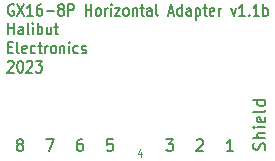
<source format=gbr>
%TF.GenerationSoftware,KiCad,Pcbnew,6.0.10-86aedd382b~118~ubuntu22.04.1*%
%TF.CreationDate,2023-01-03T21:57:38-08:00*%
%TF.ProjectId,GX16-8P-Horizontal,47583136-2d38-4502-9d48-6f72697a6f6e,rev?*%
%TF.SameCoordinates,Original*%
%TF.FileFunction,Legend,Top*%
%TF.FilePolarity,Positive*%
%FSLAX46Y46*%
G04 Gerber Fmt 4.6, Leading zero omitted, Abs format (unit mm)*
G04 Created by KiCad (PCBNEW 6.0.10-86aedd382b~118~ubuntu22.04.1) date 2023-01-03 21:57:38*
%MOMM*%
%LPD*%
G01*
G04 APERTURE LIST*
%ADD10C,0.150000*%
%ADD11C,0.101600*%
%ADD12C,0.127000*%
%ADD13C,2.540000*%
%ADD14R,1.700000X1.700000*%
%ADD15O,1.700000X1.700000*%
G04 APERTURE END LIST*
D10*
X137564761Y-69562023D02*
X137612380Y-69419166D01*
X137612380Y-69181071D01*
X137564761Y-69085833D01*
X137517142Y-69038214D01*
X137421904Y-68990595D01*
X137326666Y-68990595D01*
X137231428Y-69038214D01*
X137183809Y-69085833D01*
X137136190Y-69181071D01*
X137088571Y-69371547D01*
X137040952Y-69466785D01*
X136993333Y-69514404D01*
X136898095Y-69562023D01*
X136802857Y-69562023D01*
X136707619Y-69514404D01*
X136660000Y-69466785D01*
X136612380Y-69371547D01*
X136612380Y-69133452D01*
X136660000Y-68990595D01*
X137612380Y-68562023D02*
X136612380Y-68562023D01*
X137612380Y-68133452D02*
X137088571Y-68133452D01*
X136993333Y-68181071D01*
X136945714Y-68276309D01*
X136945714Y-68419166D01*
X136993333Y-68514404D01*
X137040952Y-68562023D01*
X137612380Y-67657261D02*
X136945714Y-67657261D01*
X136612380Y-67657261D02*
X136660000Y-67704880D01*
X136707619Y-67657261D01*
X136660000Y-67609642D01*
X136612380Y-67657261D01*
X136707619Y-67657261D01*
X137564761Y-66800119D02*
X137612380Y-66895357D01*
X137612380Y-67085833D01*
X137564761Y-67181071D01*
X137469523Y-67228690D01*
X137088571Y-67228690D01*
X136993333Y-67181071D01*
X136945714Y-67085833D01*
X136945714Y-66895357D01*
X136993333Y-66800119D01*
X137088571Y-66752500D01*
X137183809Y-66752500D01*
X137279047Y-67228690D01*
X137612380Y-66181071D02*
X137564761Y-66276309D01*
X137469523Y-66323928D01*
X136612380Y-66323928D01*
X137612380Y-65371547D02*
X136612380Y-65371547D01*
X137564761Y-65371547D02*
X137612380Y-65466785D01*
X137612380Y-65657261D01*
X137564761Y-65752500D01*
X137517142Y-65800119D01*
X137421904Y-65847738D01*
X137136190Y-65847738D01*
X137040952Y-65800119D01*
X136993333Y-65752500D01*
X136945714Y-65657261D01*
X136945714Y-65466785D01*
X136993333Y-65371547D01*
X119046666Y-68667380D02*
X119713333Y-68667380D01*
X119284761Y-69667380D01*
X134905714Y-69667380D02*
X134334285Y-69667380D01*
X134620000Y-69667380D02*
X134620000Y-68667380D01*
X134524761Y-68810238D01*
X134429523Y-68905476D01*
X134334285Y-68953095D01*
X116306128Y-57285000D02*
X116226300Y-57237380D01*
X116106557Y-57237380D01*
X115986814Y-57285000D01*
X115906985Y-57380238D01*
X115867071Y-57475476D01*
X115827157Y-57665952D01*
X115827157Y-57808809D01*
X115867071Y-57999285D01*
X115906985Y-58094523D01*
X115986814Y-58189761D01*
X116106557Y-58237380D01*
X116186385Y-58237380D01*
X116306128Y-58189761D01*
X116346042Y-58142142D01*
X116346042Y-57808809D01*
X116186385Y-57808809D01*
X116625442Y-57237380D02*
X117184242Y-58237380D01*
X117184242Y-57237380D02*
X116625442Y-58237380D01*
X117942614Y-58237380D02*
X117463642Y-58237380D01*
X117703128Y-58237380D02*
X117703128Y-57237380D01*
X117623300Y-57380238D01*
X117543471Y-57475476D01*
X117463642Y-57523095D01*
X118661071Y-57237380D02*
X118501414Y-57237380D01*
X118421585Y-57285000D01*
X118381671Y-57332619D01*
X118301842Y-57475476D01*
X118261928Y-57665952D01*
X118261928Y-58046904D01*
X118301842Y-58142142D01*
X118341757Y-58189761D01*
X118421585Y-58237380D01*
X118581242Y-58237380D01*
X118661071Y-58189761D01*
X118700985Y-58142142D01*
X118740900Y-58046904D01*
X118740900Y-57808809D01*
X118700985Y-57713571D01*
X118661071Y-57665952D01*
X118581242Y-57618333D01*
X118421585Y-57618333D01*
X118341757Y-57665952D01*
X118301842Y-57713571D01*
X118261928Y-57808809D01*
X119100128Y-57856428D02*
X119738757Y-57856428D01*
X120257642Y-57665952D02*
X120177814Y-57618333D01*
X120137900Y-57570714D01*
X120097985Y-57475476D01*
X120097985Y-57427857D01*
X120137900Y-57332619D01*
X120177814Y-57285000D01*
X120257642Y-57237380D01*
X120417300Y-57237380D01*
X120497128Y-57285000D01*
X120537042Y-57332619D01*
X120576957Y-57427857D01*
X120576957Y-57475476D01*
X120537042Y-57570714D01*
X120497128Y-57618333D01*
X120417300Y-57665952D01*
X120257642Y-57665952D01*
X120177814Y-57713571D01*
X120137900Y-57761190D01*
X120097985Y-57856428D01*
X120097985Y-58046904D01*
X120137900Y-58142142D01*
X120177814Y-58189761D01*
X120257642Y-58237380D01*
X120417300Y-58237380D01*
X120497128Y-58189761D01*
X120537042Y-58142142D01*
X120576957Y-58046904D01*
X120576957Y-57856428D01*
X120537042Y-57761190D01*
X120497128Y-57713571D01*
X120417300Y-57665952D01*
X120936185Y-58237380D02*
X120936185Y-57237380D01*
X121255500Y-57237380D01*
X121335328Y-57285000D01*
X121375242Y-57332619D01*
X121415157Y-57427857D01*
X121415157Y-57570714D01*
X121375242Y-57665952D01*
X121335328Y-57713571D01*
X121255500Y-57761190D01*
X120936185Y-57761190D01*
X122413014Y-58237380D02*
X122413014Y-57237380D01*
X122413014Y-57713571D02*
X122891985Y-57713571D01*
X122891985Y-58237380D02*
X122891985Y-57237380D01*
X123410871Y-58237380D02*
X123331042Y-58189761D01*
X123291128Y-58142142D01*
X123251214Y-58046904D01*
X123251214Y-57761190D01*
X123291128Y-57665952D01*
X123331042Y-57618333D01*
X123410871Y-57570714D01*
X123530614Y-57570714D01*
X123610442Y-57618333D01*
X123650357Y-57665952D01*
X123690271Y-57761190D01*
X123690271Y-58046904D01*
X123650357Y-58142142D01*
X123610442Y-58189761D01*
X123530614Y-58237380D01*
X123410871Y-58237380D01*
X124049500Y-58237380D02*
X124049500Y-57570714D01*
X124049500Y-57761190D02*
X124089414Y-57665952D01*
X124129328Y-57618333D01*
X124209157Y-57570714D01*
X124288985Y-57570714D01*
X124568385Y-58237380D02*
X124568385Y-57570714D01*
X124568385Y-57237380D02*
X124528471Y-57285000D01*
X124568385Y-57332619D01*
X124608300Y-57285000D01*
X124568385Y-57237380D01*
X124568385Y-57332619D01*
X124887700Y-57570714D02*
X125326757Y-57570714D01*
X124887700Y-58237380D01*
X125326757Y-58237380D01*
X125765814Y-58237380D02*
X125685985Y-58189761D01*
X125646071Y-58142142D01*
X125606157Y-58046904D01*
X125606157Y-57761190D01*
X125646071Y-57665952D01*
X125685985Y-57618333D01*
X125765814Y-57570714D01*
X125885557Y-57570714D01*
X125965385Y-57618333D01*
X126005300Y-57665952D01*
X126045214Y-57761190D01*
X126045214Y-58046904D01*
X126005300Y-58142142D01*
X125965385Y-58189761D01*
X125885557Y-58237380D01*
X125765814Y-58237380D01*
X126404442Y-57570714D02*
X126404442Y-58237380D01*
X126404442Y-57665952D02*
X126444357Y-57618333D01*
X126524185Y-57570714D01*
X126643928Y-57570714D01*
X126723757Y-57618333D01*
X126763671Y-57713571D01*
X126763671Y-58237380D01*
X127043071Y-57570714D02*
X127362385Y-57570714D01*
X127162814Y-57237380D02*
X127162814Y-58094523D01*
X127202728Y-58189761D01*
X127282557Y-58237380D01*
X127362385Y-58237380D01*
X128001014Y-58237380D02*
X128001014Y-57713571D01*
X127961100Y-57618333D01*
X127881271Y-57570714D01*
X127721614Y-57570714D01*
X127641785Y-57618333D01*
X128001014Y-58189761D02*
X127921185Y-58237380D01*
X127721614Y-58237380D01*
X127641785Y-58189761D01*
X127601871Y-58094523D01*
X127601871Y-57999285D01*
X127641785Y-57904047D01*
X127721614Y-57856428D01*
X127921185Y-57856428D01*
X128001014Y-57808809D01*
X128519900Y-58237380D02*
X128440071Y-58189761D01*
X128400157Y-58094523D01*
X128400157Y-57237380D01*
X129437928Y-57951666D02*
X129837071Y-57951666D01*
X129358100Y-58237380D02*
X129637500Y-57237380D01*
X129916900Y-58237380D01*
X130555528Y-58237380D02*
X130555528Y-57237380D01*
X130555528Y-58189761D02*
X130475700Y-58237380D01*
X130316042Y-58237380D01*
X130236214Y-58189761D01*
X130196300Y-58142142D01*
X130156385Y-58046904D01*
X130156385Y-57761190D01*
X130196300Y-57665952D01*
X130236214Y-57618333D01*
X130316042Y-57570714D01*
X130475700Y-57570714D01*
X130555528Y-57618333D01*
X131313900Y-58237380D02*
X131313900Y-57713571D01*
X131273985Y-57618333D01*
X131194157Y-57570714D01*
X131034500Y-57570714D01*
X130954671Y-57618333D01*
X131313900Y-58189761D02*
X131234071Y-58237380D01*
X131034500Y-58237380D01*
X130954671Y-58189761D01*
X130914757Y-58094523D01*
X130914757Y-57999285D01*
X130954671Y-57904047D01*
X131034500Y-57856428D01*
X131234071Y-57856428D01*
X131313900Y-57808809D01*
X131713042Y-57570714D02*
X131713042Y-58570714D01*
X131713042Y-57618333D02*
X131792871Y-57570714D01*
X131952528Y-57570714D01*
X132032357Y-57618333D01*
X132072271Y-57665952D01*
X132112185Y-57761190D01*
X132112185Y-58046904D01*
X132072271Y-58142142D01*
X132032357Y-58189761D01*
X131952528Y-58237380D01*
X131792871Y-58237380D01*
X131713042Y-58189761D01*
X132351671Y-57570714D02*
X132670985Y-57570714D01*
X132471414Y-57237380D02*
X132471414Y-58094523D01*
X132511328Y-58189761D01*
X132591157Y-58237380D01*
X132670985Y-58237380D01*
X133269700Y-58189761D02*
X133189871Y-58237380D01*
X133030214Y-58237380D01*
X132950385Y-58189761D01*
X132910471Y-58094523D01*
X132910471Y-57713571D01*
X132950385Y-57618333D01*
X133030214Y-57570714D01*
X133189871Y-57570714D01*
X133269700Y-57618333D01*
X133309614Y-57713571D01*
X133309614Y-57808809D01*
X132910471Y-57904047D01*
X133668842Y-58237380D02*
X133668842Y-57570714D01*
X133668842Y-57761190D02*
X133708757Y-57665952D01*
X133748671Y-57618333D01*
X133828500Y-57570714D01*
X133908328Y-57570714D01*
X134746528Y-57570714D02*
X134946100Y-58237380D01*
X135145671Y-57570714D01*
X135904042Y-58237380D02*
X135425071Y-58237380D01*
X135664557Y-58237380D02*
X135664557Y-57237380D01*
X135584728Y-57380238D01*
X135504900Y-57475476D01*
X135425071Y-57523095D01*
X136263271Y-58142142D02*
X136303185Y-58189761D01*
X136263271Y-58237380D01*
X136223357Y-58189761D01*
X136263271Y-58142142D01*
X136263271Y-58237380D01*
X137101471Y-58237380D02*
X136622500Y-58237380D01*
X136861985Y-58237380D02*
X136861985Y-57237380D01*
X136782157Y-57380238D01*
X136702328Y-57475476D01*
X136622500Y-57523095D01*
X137460700Y-58237380D02*
X137460700Y-57237380D01*
X137460700Y-57618333D02*
X137540528Y-57570714D01*
X137700185Y-57570714D01*
X137780014Y-57618333D01*
X137819928Y-57665952D01*
X137859842Y-57761190D01*
X137859842Y-58046904D01*
X137819928Y-58142142D01*
X137780014Y-58189761D01*
X137700185Y-58237380D01*
X137540528Y-58237380D01*
X137460700Y-58189761D01*
X115867071Y-59802380D02*
X115867071Y-58802380D01*
X115867071Y-59278571D02*
X116346042Y-59278571D01*
X116346042Y-59802380D02*
X116346042Y-58802380D01*
X117104414Y-59802380D02*
X117104414Y-59278571D01*
X117064500Y-59183333D01*
X116984671Y-59135714D01*
X116825014Y-59135714D01*
X116745185Y-59183333D01*
X117104414Y-59754761D02*
X117024585Y-59802380D01*
X116825014Y-59802380D01*
X116745185Y-59754761D01*
X116705271Y-59659523D01*
X116705271Y-59564285D01*
X116745185Y-59469047D01*
X116825014Y-59421428D01*
X117024585Y-59421428D01*
X117104414Y-59373809D01*
X117623300Y-59802380D02*
X117543471Y-59754761D01*
X117503557Y-59659523D01*
X117503557Y-58802380D01*
X117942614Y-59802380D02*
X117942614Y-59135714D01*
X117942614Y-58802380D02*
X117902700Y-58850000D01*
X117942614Y-58897619D01*
X117982528Y-58850000D01*
X117942614Y-58802380D01*
X117942614Y-58897619D01*
X118341757Y-59802380D02*
X118341757Y-58802380D01*
X118341757Y-59183333D02*
X118421585Y-59135714D01*
X118581242Y-59135714D01*
X118661071Y-59183333D01*
X118700985Y-59230952D01*
X118740900Y-59326190D01*
X118740900Y-59611904D01*
X118700985Y-59707142D01*
X118661071Y-59754761D01*
X118581242Y-59802380D01*
X118421585Y-59802380D01*
X118341757Y-59754761D01*
X119459357Y-59135714D02*
X119459357Y-59802380D01*
X119100128Y-59135714D02*
X119100128Y-59659523D01*
X119140042Y-59754761D01*
X119219871Y-59802380D01*
X119339614Y-59802380D01*
X119419442Y-59754761D01*
X119459357Y-59707142D01*
X119738757Y-59135714D02*
X120058071Y-59135714D01*
X119858500Y-58802380D02*
X119858500Y-59659523D01*
X119898414Y-59754761D01*
X119978242Y-59802380D01*
X120058071Y-59802380D01*
X115867071Y-60888571D02*
X116146471Y-60888571D01*
X116266214Y-61412380D02*
X115867071Y-61412380D01*
X115867071Y-60412380D01*
X116266214Y-60412380D01*
X116745185Y-61412380D02*
X116665357Y-61364761D01*
X116625442Y-61269523D01*
X116625442Y-60412380D01*
X117383814Y-61364761D02*
X117303985Y-61412380D01*
X117144328Y-61412380D01*
X117064500Y-61364761D01*
X117024585Y-61269523D01*
X117024585Y-60888571D01*
X117064500Y-60793333D01*
X117144328Y-60745714D01*
X117303985Y-60745714D01*
X117383814Y-60793333D01*
X117423728Y-60888571D01*
X117423728Y-60983809D01*
X117024585Y-61079047D01*
X118142185Y-61364761D02*
X118062357Y-61412380D01*
X117902700Y-61412380D01*
X117822871Y-61364761D01*
X117782957Y-61317142D01*
X117743042Y-61221904D01*
X117743042Y-60936190D01*
X117782957Y-60840952D01*
X117822871Y-60793333D01*
X117902700Y-60745714D01*
X118062357Y-60745714D01*
X118142185Y-60793333D01*
X118381671Y-60745714D02*
X118700985Y-60745714D01*
X118501414Y-60412380D02*
X118501414Y-61269523D01*
X118541328Y-61364761D01*
X118621157Y-61412380D01*
X118700985Y-61412380D01*
X118980385Y-61412380D02*
X118980385Y-60745714D01*
X118980385Y-60936190D02*
X119020300Y-60840952D01*
X119060214Y-60793333D01*
X119140042Y-60745714D01*
X119219871Y-60745714D01*
X119619014Y-61412380D02*
X119539185Y-61364761D01*
X119499271Y-61317142D01*
X119459357Y-61221904D01*
X119459357Y-60936190D01*
X119499271Y-60840952D01*
X119539185Y-60793333D01*
X119619014Y-60745714D01*
X119738757Y-60745714D01*
X119818585Y-60793333D01*
X119858500Y-60840952D01*
X119898414Y-60936190D01*
X119898414Y-61221904D01*
X119858500Y-61317142D01*
X119818585Y-61364761D01*
X119738757Y-61412380D01*
X119619014Y-61412380D01*
X120257642Y-60745714D02*
X120257642Y-61412380D01*
X120257642Y-60840952D02*
X120297557Y-60793333D01*
X120377385Y-60745714D01*
X120497128Y-60745714D01*
X120576957Y-60793333D01*
X120616871Y-60888571D01*
X120616871Y-61412380D01*
X121016014Y-61412380D02*
X121016014Y-60745714D01*
X121016014Y-60412380D02*
X120976100Y-60460000D01*
X121016014Y-60507619D01*
X121055928Y-60460000D01*
X121016014Y-60412380D01*
X121016014Y-60507619D01*
X121774385Y-61364761D02*
X121694557Y-61412380D01*
X121534900Y-61412380D01*
X121455071Y-61364761D01*
X121415157Y-61317142D01*
X121375242Y-61221904D01*
X121375242Y-60936190D01*
X121415157Y-60840952D01*
X121455071Y-60793333D01*
X121534900Y-60745714D01*
X121694557Y-60745714D01*
X121774385Y-60793333D01*
X122093700Y-61364761D02*
X122173528Y-61412380D01*
X122333185Y-61412380D01*
X122413014Y-61364761D01*
X122452928Y-61269523D01*
X122452928Y-61221904D01*
X122413014Y-61126666D01*
X122333185Y-61079047D01*
X122213442Y-61079047D01*
X122133614Y-61031428D01*
X122093700Y-60936190D01*
X122093700Y-60888571D01*
X122133614Y-60793333D01*
X122213442Y-60745714D01*
X122333185Y-60745714D01*
X122413014Y-60793333D01*
X115827157Y-62117619D02*
X115867071Y-62070000D01*
X115946900Y-62022380D01*
X116146471Y-62022380D01*
X116226300Y-62070000D01*
X116266214Y-62117619D01*
X116306128Y-62212857D01*
X116306128Y-62308095D01*
X116266214Y-62450952D01*
X115787242Y-63022380D01*
X116306128Y-63022380D01*
X116825014Y-62022380D02*
X116904842Y-62022380D01*
X116984671Y-62070000D01*
X117024585Y-62117619D01*
X117064500Y-62212857D01*
X117104414Y-62403333D01*
X117104414Y-62641428D01*
X117064500Y-62831904D01*
X117024585Y-62927142D01*
X116984671Y-62974761D01*
X116904842Y-63022380D01*
X116825014Y-63022380D01*
X116745185Y-62974761D01*
X116705271Y-62927142D01*
X116665357Y-62831904D01*
X116625442Y-62641428D01*
X116625442Y-62403333D01*
X116665357Y-62212857D01*
X116705271Y-62117619D01*
X116745185Y-62070000D01*
X116825014Y-62022380D01*
X117423728Y-62117619D02*
X117463642Y-62070000D01*
X117543471Y-62022380D01*
X117743042Y-62022380D01*
X117822871Y-62070000D01*
X117862785Y-62117619D01*
X117902700Y-62212857D01*
X117902700Y-62308095D01*
X117862785Y-62450952D01*
X117383814Y-63022380D01*
X117902700Y-63022380D01*
X118182100Y-62022380D02*
X118700985Y-62022380D01*
X118421585Y-62403333D01*
X118541328Y-62403333D01*
X118621157Y-62450952D01*
X118661071Y-62498571D01*
X118700985Y-62593809D01*
X118700985Y-62831904D01*
X118661071Y-62927142D01*
X118621157Y-62974761D01*
X118541328Y-63022380D01*
X118301842Y-63022380D01*
X118222014Y-62974761D01*
X118182100Y-62927142D01*
D11*
X127120952Y-69713928D02*
X127120952Y-70137261D01*
X126969761Y-69472023D02*
X126818571Y-69925595D01*
X127211666Y-69925595D01*
D10*
X124698095Y-68667380D02*
X124221904Y-68667380D01*
X124174285Y-69143571D01*
X124221904Y-69095952D01*
X124317142Y-69048333D01*
X124555238Y-69048333D01*
X124650476Y-69095952D01*
X124698095Y-69143571D01*
X124745714Y-69238809D01*
X124745714Y-69476904D01*
X124698095Y-69572142D01*
X124650476Y-69619761D01*
X124555238Y-69667380D01*
X124317142Y-69667380D01*
X124221904Y-69619761D01*
X124174285Y-69572142D01*
X116744761Y-69095952D02*
X116649523Y-69048333D01*
X116601904Y-69000714D01*
X116554285Y-68905476D01*
X116554285Y-68857857D01*
X116601904Y-68762619D01*
X116649523Y-68715000D01*
X116744761Y-68667380D01*
X116935238Y-68667380D01*
X117030476Y-68715000D01*
X117078095Y-68762619D01*
X117125714Y-68857857D01*
X117125714Y-68905476D01*
X117078095Y-69000714D01*
X117030476Y-69048333D01*
X116935238Y-69095952D01*
X116744761Y-69095952D01*
X116649523Y-69143571D01*
X116601904Y-69191190D01*
X116554285Y-69286428D01*
X116554285Y-69476904D01*
X116601904Y-69572142D01*
X116649523Y-69619761D01*
X116744761Y-69667380D01*
X116935238Y-69667380D01*
X117030476Y-69619761D01*
X117078095Y-69572142D01*
X117125714Y-69476904D01*
X117125714Y-69286428D01*
X117078095Y-69191190D01*
X117030476Y-69143571D01*
X116935238Y-69095952D01*
X122110476Y-68667380D02*
X121920000Y-68667380D01*
X121824761Y-68715000D01*
X121777142Y-68762619D01*
X121681904Y-68905476D01*
X121634285Y-69095952D01*
X121634285Y-69476904D01*
X121681904Y-69572142D01*
X121729523Y-69619761D01*
X121824761Y-69667380D01*
X122015238Y-69667380D01*
X122110476Y-69619761D01*
X122158095Y-69572142D01*
X122205714Y-69476904D01*
X122205714Y-69238809D01*
X122158095Y-69143571D01*
X122110476Y-69095952D01*
X122015238Y-69048333D01*
X121824761Y-69048333D01*
X121729523Y-69095952D01*
X121681904Y-69143571D01*
X121634285Y-69238809D01*
X129206666Y-68667380D02*
X129825714Y-68667380D01*
X129492380Y-69048333D01*
X129635238Y-69048333D01*
X129730476Y-69095952D01*
X129778095Y-69143571D01*
X129825714Y-69238809D01*
X129825714Y-69476904D01*
X129778095Y-69572142D01*
X129730476Y-69619761D01*
X129635238Y-69667380D01*
X129349523Y-69667380D01*
X129254285Y-69619761D01*
X129206666Y-69572142D01*
X131794285Y-68762619D02*
X131841904Y-68715000D01*
X131937142Y-68667380D01*
X132175238Y-68667380D01*
X132270476Y-68715000D01*
X132318095Y-68762619D01*
X132365714Y-68857857D01*
X132365714Y-68953095D01*
X132318095Y-69095952D01*
X131746666Y-69667380D01*
X132365714Y-69667380D01*
%LPC*%
D12*
X136452428Y-59907714D02*
X136597571Y-59907714D01*
X136670142Y-59944000D01*
X136742714Y-60016571D01*
X136779000Y-60161714D01*
X136779000Y-60415714D01*
X136742714Y-60560857D01*
X136670142Y-60633428D01*
X136597571Y-60669714D01*
X136452428Y-60669714D01*
X136379857Y-60633428D01*
X136307285Y-60560857D01*
X136271000Y-60415714D01*
X136271000Y-60161714D01*
X136307285Y-60016571D01*
X136379857Y-59944000D01*
X136452428Y-59907714D01*
X136506857Y-62066714D02*
X135926285Y-62284428D01*
X136506857Y-62502142D01*
X136869714Y-62066714D02*
X137450285Y-62284428D01*
X136869714Y-62502142D01*
X138393714Y-62066714D02*
X137813142Y-62284428D01*
X138393714Y-62502142D01*
X135835571Y-61939714D02*
X135763000Y-61903428D01*
X135726714Y-61867142D01*
X135690428Y-61794571D01*
X135690428Y-61576857D01*
X135726714Y-61504285D01*
X135763000Y-61468000D01*
X135835571Y-61431714D01*
X135944428Y-61431714D01*
X136017000Y-61468000D01*
X136053285Y-61504285D01*
X136089571Y-61576857D01*
X136089571Y-61794571D01*
X136053285Y-61867142D01*
X136017000Y-61903428D01*
X135944428Y-61939714D01*
X135835571Y-61939714D01*
X134021285Y-62701714D02*
X134601857Y-62919428D01*
X134021285Y-63137142D01*
X135545285Y-62701714D02*
X134964714Y-62919428D01*
X135545285Y-63137142D01*
X135908142Y-62701714D02*
X136488714Y-62919428D01*
X135908142Y-63137142D01*
X135182428Y-58637714D02*
X135327571Y-58637714D01*
X135400142Y-58674000D01*
X135472714Y-58746571D01*
X135509000Y-58891714D01*
X135509000Y-59145714D01*
X135472714Y-59290857D01*
X135400142Y-59363428D01*
X135327571Y-59399714D01*
X135182428Y-59399714D01*
X135109857Y-59363428D01*
X135037285Y-59290857D01*
X135001000Y-59145714D01*
X135001000Y-58891714D01*
X135037285Y-58746571D01*
X135109857Y-58674000D01*
X135182428Y-58637714D01*
D13*
%TO.C,J1*%
X129125000Y-59819000D03*
X131185000Y-62762000D03*
X130256000Y-66232000D03*
X127000000Y-67750000D03*
X123744000Y-66232000D03*
X122815000Y-62762000D03*
X124875000Y-59819000D03*
X127000000Y-63500000D03*
%TD*%
D14*
%TO.C,J2*%
X137160000Y-71120000D03*
D15*
X134620000Y-71120000D03*
X132080000Y-71120000D03*
X129540000Y-71120000D03*
X127000000Y-71120000D03*
X124460000Y-71120000D03*
X121920000Y-71120000D03*
X119380000Y-71120000D03*
X116840000Y-71120000D03*
%TD*%
M02*

</source>
